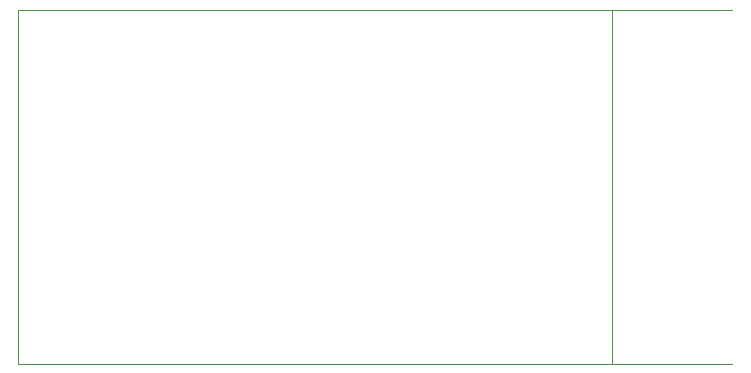
<source format=gbr>
G04 #@! TF.FileFunction,Profile,NP*
%FSLAX46Y46*%
G04 Gerber Fmt 4.6, Leading zero omitted, Abs format (unit mm)*
G04 Created by KiCad (PCBNEW 0.201503230816+5530~22~ubuntu14.04.1-product) date Po 23. březen 2015, 23:49:16 CET*
%MOMM*%
G01*
G04 APERTURE LIST*
%ADD10C,0.100000*%
G04 APERTURE END LIST*
D10*
X256000Y30224000D02*
X60704000Y30224000D01*
X50544000Y30224000D02*
X50544000Y256000D01*
X256000Y256000D02*
X60704000Y256000D01*
X256000Y256000D02*
X256000Y30224000D01*
M02*

</source>
